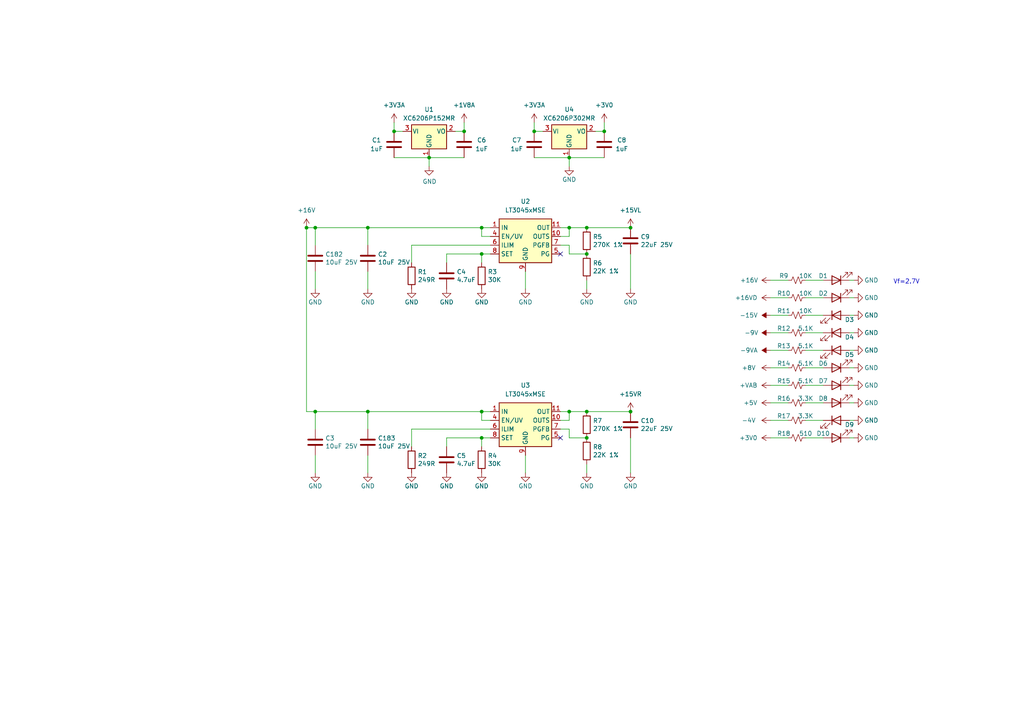
<source format=kicad_sch>
(kicad_sch (version 20231120) (generator "eeschema") (generator_version "8.0")
  (paper "A4")
  (title_block (title "Sitina 1 Sensor Board") (date "2024-03-25") (rev "R0.9") (company "Copyright 2024 Wenting Zhang") (comment 2 "MERCHANTABILITY, SATISFACTORY QUALITY AND FITNESS FOR A PARTICULAR PURPOSE.") (comment 3 "This source is distributed WITHOUT ANY EXPRESS OR IMPLIED WARRANTY, INCLUDING OF") (comment 4 "This source describes Open Hardware and is licensed under the CERN-OHL-P v2."))
  (lib_symbols
    (symbol "Device:C" (pin_numbers hide) (pin_names (offset 0.254))
      (property "Reference" "C" (at 0.635 2.54 0))
      (property "Value" "C" (at 0.635 -2.54 0))
      (symbol "C_0_1"
        (polyline (pts (xy -2.032 -0.762) (xy 2.032 -0.762)) (stroke (width 0.508)))
        (polyline (pts (xy -2.032 0.762) (xy 2.032 0.762)) (stroke (width 0.508)))
      )
      (symbol "C_1_1"
        (pin passive line (at 0 3.81 270) (length 2.794) (name "~") (number "1"))
        (pin passive line (at 0 -3.81 90) (length 2.794) (name "~") (number "2"))
      )
    )
    (symbol "Device:LED" (pin_numbers hide) (pin_names (offset 1.016) hide)
      (property "Reference" "D" (at 0 2.54 0))
      (property "Value" "LED" (at 0 -2.54 0))
      (symbol "LED_0_1"
        (polyline (pts (xy -1.27 -1.27) (xy -1.27 1.27)) (stroke (width 0.254)))
        (polyline (pts (xy -1.27 0) (xy 1.27 0)))
        (polyline (pts (xy 1.27 -1.27) (xy 1.27 1.27) (xy -1.27 0) (xy 1.27 -1.27)) (stroke (width 0.254)))
        (polyline (pts (xy -3.048 -0.762) (xy -4.572 -2.286) (xy -3.81 -2.286) (xy -4.572 -2.286) (xy -4.572 -1.524)))
        (polyline (pts (xy -1.778 -0.762) (xy -3.302 -2.286) (xy -2.54 -2.286) (xy -3.302 -2.286) (xy -3.302 -1.524)))
      )
      (symbol "LED_1_1"
        (pin passive line (at -3.81 0 0) (length 2.54) (name "K") (number "1"))
        (pin passive line (at 3.81 0 180) (length 2.54) (name "A") (number "2"))
      )
    )
    (symbol "Device:R" (pin_numbers hide) (pin_names (offset 0))
      (property "Reference" "R" (at 2.032 0 90))
      (property "Value" "R" (at 0 0 90))
      (symbol "R_0_1"
        (rectangle (start -1.016 -2.54) (end 1.016 2.54) (stroke (width 0.254)))
      )
      (symbol "R_1_1"
        (pin passive line (at 0 3.81 270) (length 1.27) (name "~") (number "1"))
        (pin passive line (at 0 -3.81 90) (length 1.27) (name "~") (number "2"))
      )
    )
    (symbol "Device:R_Small_US" (pin_numbers hide) (pin_names (offset 0.254) hide)
      (property "Reference" "R" (at 0.762 0.508 0))
      (property "Value" "R_Small_US" (at 0.762 -1.016 0))
      (symbol "R_Small_US_1_1"
        (polyline (pts (xy 0 0) (xy 1.016 -0.381) (xy 0 -0.762) (xy -1.016 -1.143) (xy 0 -1.524)))
        (polyline (pts (xy 0 1.524) (xy 1.016 1.143) (xy 0 0.762) (xy -1.016 0.381) (xy 0 0)))
        (pin passive line (at 0 2.54 270) (length 1.016) (name "~") (number "1"))
        (pin passive line (at 0 -2.54 90) (length 1.016) (name "~") (number "2"))
      )
    )
    (symbol "Regulator_Linear:LT3045xMSE"
      (property "Reference" "U" (at -6.35 6.35 0))
      (property "Value" "LT3045xMSE" (at 1.27 6.35 0))
      (symbol "LT3045xMSE_0_1"
        (rectangle (start -7.62 5.08) (end 7.62 -7.62) (stroke (width 0.254)) (fill (type background)))
      )
      (symbol "LT3045xMSE_1_1"
        (pin power_in line (at -10.16 2.54 0) (length 2.54) (name "IN") (number "1"))
        (pin input line (at 10.16 0 180) (length 2.54) (name "OUTS") (number "10"))
        (pin power_out line (at 10.16 2.54 180) (length 2.54) (name "OUT") (number "11"))
        (pin passive line (at 10.16 2.54 180) (length 2.54) hide (name "OUT") (number "12"))
        (pin passive line (at 0 -10.16 90) (length 2.54) hide (name "GND") (number "13"))
        (pin passive line (at -10.16 2.54 0) (length 2.54) hide (name "IN") (number "2"))
        (pin passive line (at -10.16 2.54 0) (length 2.54) hide (name "IN") (number "3"))
        (pin input line (at -10.16 0 0) (length 2.54) (name "EN/UV") (number "4"))
        (pin open_collector line (at 10.16 -5.08 180) (length 2.54) (name "PG") (number "5"))
        (pin passive line (at -10.16 -2.54 0) (length 2.54) (name "ILIM") (number "6"))
        (pin input line (at 10.16 -2.54 180) (length 2.54) (name "PGFB") (number "7"))
        (pin passive line (at -10.16 -5.08 0) (length 2.54) (name "SET") (number "8"))
        (pin power_in line (at 0 -10.16 90) (length 2.54) (name "GND") (number "9"))
      )
    )
    (symbol "Regulator_Linear:XC6206PxxxMR" (pin_names (offset 0.254))
      (property "Reference" "U" (at -3.81 3.175 0))
      (property "Value" "XC6206PxxxMR" (at 0 3.175 0))
      (symbol "XC6206PxxxMR_0_1"
        (rectangle (start -5.08 1.905) (end 5.08 -5.08) (stroke (width 0.254)) (fill (type background)))
      )
      (symbol "XC6206PxxxMR_1_1"
        (pin power_in line (at 0 -7.62 90) (length 2.54) (name "GND") (number "1"))
        (pin power_out line (at 7.62 0 180) (length 2.54) (name "VO") (number "2"))
        (pin power_in line (at -7.62 0 0) (length 2.54) (name "VI") (number "3"))
      )
    )
    (symbol "Sitina:-4V" (power) (pin_names (offset 0))
      (property "Value" "-4V" (at 0 3.556 0))
      (symbol "-4V_0_1"
        (polyline (pts (xy -0.762 1.27) (xy 0 2.54)))
        (polyline (pts (xy 0 0) (xy 0 2.54)))
        (polyline (pts (xy 0 2.54) (xy 0.762 1.27)))
      )
      (symbol "-4V_1_1"
        (pin power_in line (at 0 0 90) (length 0) hide (name "-4V") (number "1"))
      )
    )
    (symbol "power:+1V8" (power) (pin_names (offset 0))
      (property "Value" "+1V8" (at 0 3.556 0))
      (symbol "+1V8_0_1"
        (polyline (pts (xy -0.762 1.27) (xy 0 2.54)))
        (polyline (pts (xy 0 0) (xy 0 2.54)))
        (polyline (pts (xy 0 2.54) (xy 0.762 1.27)))
      )
      (symbol "+1V8_1_1"
        (pin power_in line (at 0 0 90) (length 0) hide (name "+1V8") (number "1"))
      )
    )
    (symbol "power:+3V0" (power) (pin_names (offset 0))
      (property "Value" "+3V0" (at 0 3.556 0))
      (symbol "+3V0_0_1"
        (polyline (pts (xy -0.762 1.27) (xy 0 2.54)))
        (polyline (pts (xy 0 0) (xy 0 2.54)))
        (polyline (pts (xy 0 2.54) (xy 0.762 1.27)))
      )
      (symbol "+3V0_1_1"
        (pin power_in line (at 0 0 90) (length 0) hide (name "+3V0") (number "1"))
      )
    )
    (symbol "power:+3V3" (power) (pin_names (offset 0))
      (property "Value" "+3V3" (at 0 3.556 0))
      (symbol "+3V3_0_1"
        (polyline (pts (xy -0.762 1.27) (xy 0 2.54)))
        (polyline (pts (xy 0 0) (xy 0 2.54)))
        (polyline (pts (xy 0 2.54) (xy 0.762 1.27)))
      )
      (symbol "+3V3_1_1"
        (pin power_in line (at 0 0 90) (length 0) hide (name "+3V3") (number "1"))
      )
    )
    (symbol "power:+5V" (power) (pin_names (offset 0))
      (property "Value" "+5V" (at 0 3.556 0))
      (symbol "+5V_0_1"
        (polyline (pts (xy -0.762 1.27) (xy 0 2.54)))
        (polyline (pts (xy 0 0) (xy 0 2.54)))
        (polyline (pts (xy 0 2.54) (xy 0.762 1.27)))
      )
      (symbol "+5V_1_1"
        (pin power_in line (at 0 0 90) (length 0) hide (name "+5V") (number "1"))
      )
    )
    (symbol "power:+8V" (power) (pin_names (offset 0))
      (property "Value" "+8V" (at 0 3.556 0))
      (symbol "+8V_0_1"
        (polyline (pts (xy -0.762 1.27) (xy 0 2.54)))
        (polyline (pts (xy 0 0) (xy 0 2.54)))
        (polyline (pts (xy 0 2.54) (xy 0.762 1.27)))
      )
      (symbol "+8V_1_1"
        (pin power_in line (at 0 0 90) (length 0) hide (name "+8V") (number "1"))
      )
    )
    (symbol "power:-15V" (power) (pin_names (offset 0))
      (property "Value" "-15V" (at 0 3.81 0))
      (symbol "-15V_0_0"
        (pin power_in line (at 0 0 90) (length 0) hide (name "-15V") (number "1"))
      )
      (symbol "-15V_0_1"
        (polyline (pts (xy 0 0) (xy 0 1.27) (xy 0.762 1.27) (xy 0 2.54) (xy -0.762 1.27) (xy 0 1.27)) (fill (type outline)))
      )
    )
    (symbol "power:-9V" (power) (pin_names (offset 0))
      (property "Value" "-9V" (at 0 3.81 0))
      (symbol "-9V_0_1"
        (polyline (pts (xy 0 0) (xy 0 2.54)))
        (polyline (pts (xy 0.762 1.27) (xy -0.762 1.27) (xy 0 2.54) (xy 0.762 1.27)) (fill (type outline)))
      )
      (symbol "-9V_1_1"
        (pin power_in line (at 0 0 90) (length 0) hide (name "-9V") (number "1"))
      )
    )
    (symbol "power:GND" (power) (pin_names (offset 0))
      (property "Value" "GND" (at 0 -3.81 0))
      (symbol "GND_0_1"
        (polyline (pts (xy 0 0) (xy 0 -1.27) (xy 1.27 -1.27) (xy 0 -2.54) (xy -1.27 -1.27) (xy 0 -1.27)))
      )
      (symbol "GND_1_1"
        (pin power_in line (at 0 0 270) (length 0) hide (name "GND") (number "1"))
      )
    )
    (symbol "symbols:+15VL" (power) (pin_names (offset 0))
      (property "Value" "+15VL" (at 0 3.556 0))
      (symbol "+15VL_0_1"
        (polyline (pts (xy -0.762 1.27) (xy 0 2.54)))
        (polyline (pts (xy 0 0) (xy 0 2.54)))
        (polyline (pts (xy 0 2.54) (xy 0.762 1.27)))
      )
      (symbol "+15VL_1_1"
        (pin power_in line (at 0 0 90) (length 0) hide (name "+15VL") (number "1"))
      )
    )
    (symbol "symbols:+15VR" (power) (pin_names (offset 0))
      (property "Value" "+15VR" (at 0 3.556 0))
      (symbol "+15VR_0_1"
        (polyline (pts (xy -0.762 1.27) (xy 0 2.54)))
        (polyline (pts (xy 0 0) (xy 0 2.54)))
        (polyline (pts (xy 0 2.54) (xy 0.762 1.27)))
      )
      (symbol "+15VR_1_1"
        (pin power_in line (at 0 0 90) (length 0) hide (name "+15VR") (number "1"))
      )
    )
    (symbol "symbols:+16V" (power) (pin_names (offset 0))
      (property "Value" "+16V" (at 0 3.556 0))
      (symbol "+16V_0_1"
        (polyline (pts (xy -0.762 1.27) (xy 0 2.54)))
        (polyline (pts (xy 0 0) (xy 0 2.54)))
        (polyline (pts (xy 0 2.54) (xy 0.762 1.27)))
      )
      (symbol "+16V_1_1"
        (pin power_in line (at 0 0 90) (length 0) hide (name "+16V") (number "1"))
      )
    )
  )
  (junction (at 134.62 38.1))
  (junction (at 170.18 73.66))
  (junction (at 165.1 66.04))
  (junction (at 139.7 119.38))
  (junction (at 182.88 66.04))
  (junction (at 165.1 119.38))
  (junction (at 139.7 127))
  (junction (at 139.7 73.66))
  (junction (at 139.7 66.04))
  (junction (at 114.3 38.1))
  (junction (at 106.68 66.04))
  (junction (at 91.44 119.38))
  (junction (at 88.9 66.04))
  (junction (at 170.18 127))
  (junction (at 106.68 119.38))
  (junction (at 91.44 66.04))
  (junction (at 124.46 45.72))
  (junction (at 165.1 45.72))
  (junction (at 170.18 119.38))
  (junction (at 182.88 119.38))
  (junction (at 175.26 38.1))
  (junction (at 154.94 38.1))
  (junction (at 170.18 66.04))
  (no_connect (at 162.56 73.66))
  (no_connect (at 162.56 127))
  (wire (pts (xy 162.56 119.38) (xy 165.1 119.38)))
  (wire (pts (xy 223.52 111.76) (xy 228.6 111.76)))
  (wire (pts (xy 142.24 121.92) (xy 139.7 121.92)))
  (wire (pts (xy 246.38 96.52) (xy 247.65 96.52)))
  (wire (pts (xy 233.68 111.76) (xy 238.76 111.76)))
  (wire (pts (xy 162.56 68.58) (xy 165.1 68.58)))
  (wire (pts (xy 106.68 119.38) (xy 139.7 119.38)))
  (wire (pts (xy 106.68 78.74) (xy 106.68 83.82)))
  (wire (pts (xy 114.3 38.1) (xy 116.84 38.1)))
  (wire (pts (xy 182.88 83.82) (xy 182.88 73.66)))
  (wire (pts (xy 119.38 76.2) (xy 119.38 71.12)))
  (wire (pts (xy 233.68 106.68) (xy 238.76 106.68)))
  (wire (pts (xy 223.52 106.68) (xy 228.6 106.68)))
  (wire (pts (xy 165.1 124.46) (xy 165.1 127)))
  (wire (pts (xy 170.18 137.16) (xy 170.18 134.62)))
  (wire (pts (xy 233.68 127) (xy 238.76 127)))
  (wire (pts (xy 129.54 73.66) (xy 139.7 73.66)))
  (wire (pts (xy 154.94 38.1) (xy 157.48 38.1)))
  (wire (pts (xy 88.9 119.38) (xy 91.44 119.38)))
  (wire (pts (xy 182.88 137.16) (xy 182.88 127)))
  (wire (pts (xy 246.38 106.68) (xy 247.65 106.68)))
  (wire (pts (xy 139.7 121.92) (xy 139.7 119.38)))
  (wire (pts (xy 233.68 96.52) (xy 238.76 96.52)))
  (wire (pts (xy 139.7 68.58) (xy 139.7 66.04)))
  (wire (pts (xy 233.68 81.28) (xy 238.76 81.28)))
  (wire (pts (xy 91.44 83.82) (xy 91.44 78.74)))
  (wire (pts (xy 165.1 119.38) (xy 170.18 119.38)))
  (wire (pts (xy 233.68 116.84) (xy 238.76 116.84)))
  (wire (pts (xy 223.52 127) (xy 228.6 127)))
  (wire (pts (xy 246.38 127) (xy 247.65 127)))
  (wire (pts (xy 165.1 45.72) (xy 165.1 48.26)))
  (wire (pts (xy 124.46 45.72) (xy 124.46 48.26)))
  (wire (pts (xy 223.52 81.28) (xy 228.6 81.28)))
  (wire (pts (xy 91.44 119.38) (xy 91.44 124.46)))
  (wire (pts (xy 129.54 76.2) (xy 129.54 73.66)))
  (wire (pts (xy 233.68 86.36) (xy 238.76 86.36)))
  (wire (pts (xy 139.7 127) (xy 139.7 129.54)))
  (wire (pts (xy 152.4 83.82) (xy 152.4 78.74)))
  (wire (pts (xy 91.44 66.04) (xy 91.44 71.12)))
  (wire (pts (xy 223.52 121.92) (xy 228.6 121.92)))
  (wire (pts (xy 246.38 101.6) (xy 247.65 101.6)))
  (wire (pts (xy 165.1 66.04) (xy 170.18 66.04)))
  (wire (pts (xy 165.1 68.58) (xy 165.1 66.04)))
  (wire (pts (xy 223.52 91.44) (xy 228.6 91.44)))
  (wire (pts (xy 88.9 66.04) (xy 88.9 119.38)))
  (wire (pts (xy 114.3 45.72) (xy 124.46 45.72)))
  (wire (pts (xy 170.18 119.38) (xy 182.88 119.38)))
  (wire (pts (xy 106.68 66.04) (xy 106.68 71.12)))
  (wire (pts (xy 246.38 81.28) (xy 247.65 81.28)))
  (wire (pts (xy 139.7 127) (xy 142.24 127)))
  (wire (pts (xy 129.54 129.54) (xy 129.54 127)))
  (wire (pts (xy 223.52 116.84) (xy 228.6 116.84)))
  (wire (pts (xy 152.4 137.16) (xy 152.4 132.08)))
  (wire (pts (xy 165.1 121.92) (xy 165.1 119.38)))
  (wire (pts (xy 129.54 127) (xy 139.7 127)))
  (wire (pts (xy 233.68 101.6) (xy 238.76 101.6)))
  (wire (pts (xy 91.44 137.16) (xy 91.44 132.08)))
  (wire (pts (xy 246.38 91.44) (xy 247.65 91.44)))
  (wire (pts (xy 124.46 45.72) (xy 134.62 45.72)))
  (wire (pts (xy 165.1 45.72) (xy 175.26 45.72)))
  (wire (pts (xy 106.68 132.08) (xy 106.68 137.16)))
  (wire (pts (xy 91.44 66.04) (xy 106.68 66.04)))
  (wire (pts (xy 170.18 83.82) (xy 170.18 81.28)))
  (wire (pts (xy 134.62 38.1) (xy 132.08 38.1)))
  (wire (pts (xy 106.68 66.04) (xy 139.7 66.04)))
  (wire (pts (xy 246.38 121.92) (xy 247.65 121.92)))
  (wire (pts (xy 119.38 124.46) (xy 142.24 124.46)))
  (wire (pts (xy 106.68 119.38) (xy 106.68 124.46)))
  (wire (pts (xy 154.94 35.56) (xy 154.94 38.1)))
  (wire (pts (xy 165.1 71.12) (xy 165.1 73.66)))
  (wire (pts (xy 175.26 35.56) (xy 175.26 38.1)))
  (wire (pts (xy 233.68 121.92) (xy 238.76 121.92)))
  (wire (pts (xy 119.38 129.54) (xy 119.38 124.46)))
  (wire (pts (xy 139.7 119.38) (xy 142.24 119.38)))
  (wire (pts (xy 154.94 45.72) (xy 165.1 45.72)))
  (wire (pts (xy 162.56 124.46) (xy 165.1 124.46)))
  (wire (pts (xy 223.52 86.36) (xy 228.6 86.36)))
  (wire (pts (xy 170.18 66.04) (xy 182.88 66.04)))
  (wire (pts (xy 165.1 73.66) (xy 170.18 73.66)))
  (wire (pts (xy 165.1 127) (xy 170.18 127)))
  (wire (pts (xy 233.68 91.44) (xy 238.76 91.44)))
  (wire (pts (xy 134.62 35.56) (xy 134.62 38.1)))
  (wire (pts (xy 139.7 66.04) (xy 142.24 66.04)))
  (wire (pts (xy 114.3 35.56) (xy 114.3 38.1)))
  (wire (pts (xy 142.24 68.58) (xy 139.7 68.58)))
  (wire (pts (xy 119.38 71.12) (xy 142.24 71.12)))
  (wire (pts (xy 162.56 121.92) (xy 165.1 121.92)))
  (wire (pts (xy 175.26 38.1) (xy 172.72 38.1)))
  (wire (pts (xy 88.9 66.04) (xy 91.44 66.04)))
  (wire (pts (xy 246.38 86.36) (xy 247.65 86.36)))
  (wire (pts (xy 139.7 73.66) (xy 142.24 73.66)))
  (wire (pts (xy 162.56 71.12) (xy 165.1 71.12)))
  (wire (pts (xy 246.38 111.76) (xy 247.65 111.76)))
  (wire (pts (xy 246.38 116.84) (xy 247.65 116.84)))
  (wire (pts (xy 91.44 119.38) (xy 106.68 119.38)))
  (wire (pts (xy 223.52 96.52) (xy 228.6 96.52)))
  (wire (pts (xy 139.7 73.66) (xy 139.7 76.2)))
  (wire (pts (xy 223.52 101.6) (xy 228.6 101.6)))
  (wire (pts (xy 162.56 66.04) (xy 165.1 66.04)))
  (text "Vf=2.7V" (at 259.08 82.55 0) (effects (font (size 1.27 1.27)) (justify left bottom)))
  (symbol (lib_id "power:GND") (at 91.44 137.16 0) (unit 1)
    (property "Reference" "#PWR04" (effects (hide yes)))
    (property "Value" "GND" (at 91.44 140.97 0))
  )
  (symbol (lib_id "power:GND") (at 124.46 48.26 0) (unit 1)
    (property "Reference" "#PWR07" (effects (hide yes)))
    (property "Value" "GND" (at 124.587 52.6542 0))
  )
  (symbol (lib_id "power:GND") (at 247.65 111.76 90) (unit 1)
    (property "Reference" "#PWR040" (effects (hide yes)))
    (property "Value" "GND" (at 252.73 111.76 90))
  )
  (symbol (lib_id "symbols:+16V") (at 88.9 66.04 0) (unit 1)
    (property "Reference" "#PWR01" (effects (hide yes)))
    (property "Value" "+16V" (at 88.9 60.96 0))
  )
  (symbol (lib_id "power:-9V") (at 223.52 96.52 90) (unit 1)
    (property "Reference" "#PWR027" (effects (hide yes)))
    (property "Value" "-9V" (at 215.9 96.52 90) (effects (justify right)))
  )
  (symbol (lib_id "Device:R_Small_US") (at 231.14 96.52 270) (unit 1)
    (property "Reference" "R12" (at 227.33 95.25 90))
    (property "Value" "5.1K" (at 233.68 95.25 90))
    (property "Footprint" "Resistor_SMD:R_0402_1005Metric" (effects (hide yes)))
  )
  (symbol (lib_id "Device:R_Small_US") (at 231.14 91.44 270) (unit 1)
    (property "Reference" "R11" (at 227.33 90.17 90))
    (property "Value" "10K" (at 233.68 90.17 90))
    (property "Footprint" "Resistor_SMD:R_0402_1005Metric" (effects (hide yes)))
  )
  (symbol (lib_id "power:+3V0") (at 223.52 127 90) (unit 1)
    (property "Reference" "#PWR033" (effects (hide yes)))
    (property "Value" "+3V0" (at 219.71 127 90) (effects (justify left)))
  )
  (symbol (lib_id "Device:C") (at 91.44 128.27 0) (unit 1)
    (property "Reference" "C3" (at 94.361 127.1016 0) (effects (justify left)))
    (property "Value" "10uF 25V" (at 94.361 129.413 0) (effects (justify left)))
    (property "Footprint" "Capacitor_SMD:C_0603_1608Metric" (effects (hide yes)))
  )
  (symbol (lib_id "power:GND") (at 106.68 137.16 0) (unit 1)
    (property "Reference" "#PWR0295" (effects (hide yes)))
    (property "Value" "GND" (at 106.68 140.97 0))
  )
  (symbol (lib_id "power:-15V") (at 223.52 91.44 90) (unit 1)
    (property "Reference" "#PWR026" (effects (hide yes)))
    (property "Value" "-15V" (at 217.17 91.44 90))
  )
  (symbol (lib_id "Device:R_Small_US") (at 231.14 111.76 270) (unit 1)
    (property "Reference" "R15" (at 227.33 110.49 90))
    (property "Value" "5.1K" (at 233.68 110.49 90))
    (property "Footprint" "Resistor_SMD:R_0402_1005Metric" (effects (hide yes)))
  )
  (symbol (lib_id "power:GND") (at 247.65 116.84 90) (unit 1)
    (property "Reference" "#PWR041" (effects (hide yes)))
    (property "Value" "GND" (at 252.73 116.84 90))
  )
  (symbol (lib_id "power:GND") (at 119.38 83.82 0) (unit 1)
    (property "Reference" "#PWR05" (effects (hide yes)))
    (property "Value" "GND" (at 119.38 87.63 0))
  )
  (symbol (lib_id "power:+8V") (at 223.52 106.68 90) (unit 1)
    (property "Reference" "#PWR029" (effects (hide yes)))
    (property "Value" "+8V" (at 217.17 106.68 90))
  )
  (symbol (lib_id "Regulator_Linear:XC6206PxxxMR") (at 124.46 38.1 0) (unit 1)
    (property "Reference" "U1" (at 124.46 31.75 0))
    (property "Value" "XC6206P152MR" (at 124.46 34.29 0))
    (property "Footprint" "Package_TO_SOT_SMD:SOT-23-3" (effects (hide yes)))
    (property "Datasheet" "https://www.torexsemi.com/file/xc6206/XC6206.pdf" (effects (hide yes)))
  )
  (symbol (lib_id "power:GND") (at 152.4 137.16 0) (unit 1)
    (property "Reference" "#PWR014" (effects (hide yes)))
    (property "Value" "GND" (at 152.4 140.97 0))
  )
  (symbol (lib_id "symbols:+16V") (at 223.52 111.76 90) (unit 1)
    (property "Reference" "#PWR030" (effects (hide yes)))
    (property "Value" "+VAB" (at 219.71 111.7599 90) (effects (justify left)))
  )
  (symbol (lib_id "power:GND") (at 170.18 137.16 0) (mirror y) (unit 1)
    (property "Reference" "#PWR018" (effects (hide yes)))
    (property "Value" "GND" (at 170.18 140.97 0))
  )
  (symbol (lib_id "power:GND") (at 165.1 48.26 0) (mirror y) (unit 1)
    (property "Reference" "#PWR016" (effects (hide yes)))
    (property "Value" "GND" (at 165.1 52.07 0))
  )
  (symbol (lib_id "power:+3V3") (at 154.94 35.56 0) (unit 1)
    (property "Reference" "#PWR015" (effects (hide yes)))
    (property "Value" "+3V3A" (at 154.94 30.48 0))
  )
  (symbol (lib_id "Device:LED") (at 242.57 116.84 180) (unit 1)
    (property "Reference" "D8" (at 238.76 115.57 0))
    (property "Value" "LED" (effects (hide yes)))
    (property "Footprint" "LED_SMD:LED_0603_1608Metric" (effects (hide yes)))
  )
  (symbol (lib_id "Regulator_Linear:LT3045xMSE") (at 152.4 68.58 0) (unit 1)
    (property "Reference" "U2" (at 152.4 58.42 0))
    (property "Value" "LT3045xMSE" (at 152.4 60.96 0))
    (property "Footprint" "Package_SO:MSOP-12-1EP_3x4mm_P0.65mm_EP1.65x2.85mm" (effects (hide yes)))
    (property "Datasheet" "https://www.analog.com/media/en/technical-documentation/data-sheets/3045fa.pdf" (effects (hide yes)))
  )
  (symbol (lib_id "Device:R_Small_US") (at 231.14 127 270) (unit 1)
    (property "Reference" "R18" (at 227.33 125.73 90))
    (property "Value" "510" (at 233.68 125.73 90))
    (property "Footprint" "Resistor_SMD:R_0402_1005Metric" (effects (hide yes)))
  )
  (symbol (lib_id "power:GND") (at 247.65 96.52 90) (unit 1)
    (property "Reference" "#PWR037" (effects (hide yes)))
    (property "Value" "GND" (at 252.73 96.52 90))
  )
  (symbol (lib_id "symbols:+15VR") (at 182.88 119.38 0) (unit 1)
    (property "Reference" "#PWR022" (effects (hide yes)))
    (property "Value" "+15VR" (at 182.88 114.3 0))
  )
  (symbol (lib_id "Device:C") (at 129.54 133.35 0) (unit 1)
    (property "Reference" "C5" (at 132.461 132.1816 0) (effects (justify left)))
    (property "Value" "4.7uF" (at 132.461 134.493 0) (effects (justify left)))
    (property "Footprint" "Capacitor_SMD:C_0402_1005Metric" (effects (hide yes)))
  )
  (symbol (lib_id "Device:LED") (at 242.57 127 180) (unit 1)
    (property "Reference" "D10" (at 238.76 125.73 0))
    (property "Value" "LED" (effects (hide yes)))
    (property "Footprint" "LED_SMD:LED_0603_1608Metric" (effects (hide yes)))
  )
  (symbol (lib_id "Device:R_Small_US") (at 231.14 106.68 270) (unit 1)
    (property "Reference" "R14" (at 227.33 105.41 90))
    (property "Value" "5.1K" (at 233.68 105.41 90))
    (property "Footprint" "Resistor_SMD:R_0402_1005Metric" (effects (hide yes)))
  )
  (symbol (lib_id "Device:LED") (at 242.57 111.76 180) (unit 1)
    (property "Reference" "D7" (at 238.76 110.49 0))
    (property "Value" "LED" (effects (hide yes)))
    (property "Footprint" "LED_SMD:LED_0603_1608Metric" (effects (hide yes)))
  )
  (symbol (lib_id "Device:C") (at 114.3 41.91 0) (mirror y) (unit 1)
    (property "Reference" "C1" (at 109.22 40.64 0))
    (property "Value" "1uF" (at 109.22 43.18 0))
    (property "Footprint" "Capacitor_SMD:C_0402_1005Metric" (effects (hide yes)))
  )
  (symbol (lib_id "Device:R") (at 170.18 130.81 0) (unit 1)
    (property "Reference" "R8" (at 171.958 129.6416 0) (effects (justify left)))
    (property "Value" "22K 1%" (at 171.958 131.953 0) (effects (justify left)))
    (property "Footprint" "Resistor_SMD:R_0402_1005Metric" (effects (hide yes)))
  )
  (symbol (lib_id "power:GND") (at 139.7 137.16 0) (unit 1)
    (property "Reference" "#PWR012" (effects (hide yes)))
    (property "Value" "GND" (at 139.7 140.97 0))
  )
  (symbol (lib_id "Device:C") (at 182.88 69.85 0) (unit 1)
    (property "Reference" "C9" (at 185.801 68.6816 0) (effects (justify left)))
    (property "Value" "22uF 25V" (at 185.801 70.993 0) (effects (justify left)))
    (property "Footprint" "Capacitor_SMD:C_0805_2012Metric" (effects (hide yes)))
  )
  (symbol (lib_id "Device:C") (at 182.88 123.19 0) (unit 1)
    (property "Reference" "C10" (at 185.801 122.0216 0) (effects (justify left)))
    (property "Value" "22uF 25V" (at 185.801 124.333 0) (effects (justify left)))
    (property "Footprint" "Capacitor_SMD:C_0805_2012Metric" (effects (hide yes)))
  )
  (symbol (lib_id "Device:R") (at 170.18 77.47 0) (unit 1)
    (property "Reference" "R6" (at 171.958 76.3016 0) (effects (justify left)))
    (property "Value" "22K 1%" (at 171.958 78.613 0) (effects (justify left)))
    (property "Footprint" "Resistor_SMD:R_0402_1005Metric" (effects (hide yes)))
  )
  (symbol (lib_id "power:GND") (at 247.65 106.68 90) (unit 1)
    (property "Reference" "#PWR039" (effects (hide yes)))
    (property "Value" "GND" (at 252.73 106.68 90))
  )
  (symbol (lib_id "Device:C") (at 129.54 80.01 0) (unit 1)
    (property "Reference" "C4" (at 132.461 78.8416 0) (effects (justify left)))
    (property "Value" "4.7uF" (at 132.461 81.153 0) (effects (justify left)))
    (property "Footprint" "Capacitor_SMD:C_0402_1005Metric" (effects (hide yes)))
  )
  (symbol (lib_id "Device:R") (at 139.7 133.35 0) (unit 1)
    (property "Reference" "R4" (at 141.478 132.1816 0) (effects (justify left)))
    (property "Value" "30K" (at 141.478 134.493 0) (effects (justify left)))
    (property "Footprint" "Resistor_SMD:R_0402_1005Metric" (effects (hide yes)))
  )
  (symbol (lib_id "power:-9V") (at 223.52 101.6 90) (unit 1)
    (property "Reference" "#PWR028" (effects (hide yes)))
    (property "Value" "-9VA" (at 214.63 101.6 90) (effects (justify right)))
  )
  (symbol (lib_id "power:+3V0") (at 175.26 35.56 0) (unit 1)
    (property "Reference" "#PWR019" (effects (hide yes)))
    (property "Value" "+3V0" (at 175.26 30.48 0))
  )
  (symbol (lib_id "Device:LED") (at 242.57 81.28 180) (unit 1)
    (property "Reference" "D1" (at 238.76 80.01 0))
    (property "Value" "LED" (effects (hide yes)))
    (property "Footprint" "LED_SMD:LED_0603_1608Metric" (effects (hide yes)))
  )
  (symbol (lib_id "Device:R_Small_US") (at 231.14 81.28 270) (unit 1)
    (property "Reference" "R9" (at 227.33 80.01 90))
    (property "Value" "10K" (at 233.68 80.01 90))
    (property "Footprint" "Resistor_SMD:R_0402_1005Metric" (effects (hide yes)))
  )
  (symbol (lib_id "power:GND") (at 247.65 121.92 90) (unit 1)
    (property "Reference" "#PWR042" (effects (hide yes)))
    (property "Value" "GND" (at 252.73 121.92 90))
  )
  (symbol (lib_id "power:GND") (at 106.68 83.82 0) (unit 1)
    (property "Reference" "#PWR03" (effects (hide yes)))
    (property "Value" "GND" (at 106.68 87.63 0))
  )
  (symbol (lib_id "Device:R_Small_US") (at 231.14 116.84 270) (unit 1)
    (property "Reference" "R16" (at 227.33 115.57 90))
    (property "Value" "3.3K" (at 233.68 115.57 90))
    (property "Footprint" "Resistor_SMD:R_0402_1005Metric" (effects (hide yes)))
  )
  (symbol (lib_id "power:GND") (at 182.88 137.16 0) (mirror y) (unit 1)
    (property "Reference" "#PWR023" (effects (hide yes)))
    (property "Value" "GND" (at 182.88 140.97 0))
  )
  (symbol (lib_id "power:GND") (at 91.44 83.82 0) (unit 1)
    (property "Reference" "#PWR0294" (effects (hide yes)))
    (property "Value" "GND" (at 91.44 87.63 0))
  )
  (symbol (lib_id "power:GND") (at 182.88 83.82 0) (mirror y) (unit 1)
    (property "Reference" "#PWR021" (effects (hide yes)))
    (property "Value" "GND" (at 182.88 87.63 0))
  )
  (symbol (lib_id "Device:LED") (at 242.57 96.52 0) (unit 1)
    (property "Reference" "D4" (at 246.38 97.79 0))
    (property "Value" "LED" (effects (hide yes)))
    (property "Footprint" "LED_SMD:LED_0603_1608Metric" (effects (hide yes)))
  )
  (symbol (lib_id "Device:C") (at 106.68 128.27 0) (unit 1)
    (property "Reference" "C183" (at 109.601 127.1016 0) (effects (justify left)))
    (property "Value" "10uF 25V" (at 109.601 129.413 0) (effects (justify left)))
    (property "Footprint" "Capacitor_SMD:C_0603_1608Metric" (effects (hide yes)))
  )
  (symbol (lib_id "power:GND") (at 247.65 127 90) (unit 1)
    (property "Reference" "#PWR043" (effects (hide yes)))
    (property "Value" "GND" (at 252.73 127 90))
  )
  (symbol (lib_id "symbols:+15VL") (at 182.88 66.04 0) (unit 1)
    (property "Reference" "#PWR020" (effects (hide yes)))
    (property "Value" "+15VL" (at 182.88 60.96 0))
  )
  (symbol (lib_id "Regulator_Linear:XC6206PxxxMR") (at 165.1 38.1 0) (unit 1)
    (property "Reference" "U4" (at 165.1 31.75 0))
    (property "Value" "XC6206P302MR" (at 165.1 34.29 0))
    (property "Footprint" "Package_TO_SOT_SMD:SOT-23-3" (effects (hide yes)))
    (property "Datasheet" "https://www.torexsemi.com/file/xc6206/XC6206.pdf" (effects (hide yes)))
  )
  (symbol (lib_id "Device:LED") (at 242.57 86.36 180) (unit 1)
    (property "Reference" "D2" (at 238.76 85.09 0))
    (property "Value" "LED" (effects (hide yes)))
    (property "Footprint" "LED_SMD:LED_0603_1608Metric" (effects (hide yes)))
  )
  (symbol (lib_id "Device:C") (at 134.62 41.91 0) (unit 1)
    (property "Reference" "C6" (at 139.7 40.64 0))
    (property "Value" "1uF" (at 139.7 43.18 0))
    (property "Footprint" "Capacitor_SMD:C_0402_1005Metric" (effects (hide yes)))
  )
  (symbol (lib_id "Device:C") (at 91.44 74.93 0) (unit 1)
    (property "Reference" "C182" (at 94.361 73.7616 0) (effects (justify left)))
    (property "Value" "10uF 25V" (at 94.361 76.073 0) (effects (justify left)))
    (property "Footprint" "Capacitor_SMD:C_0603_1608Metric" (effects (hide yes)))
  )
  (symbol (lib_id "symbols:+16V") (at 223.52 81.28 90) (unit 1)
    (property "Reference" "#PWR024" (effects (hide yes)))
    (property "Value" "+16V" (at 214.63 81.28 90) (effects (justify right)))
  )
  (symbol (lib_id "Device:LED") (at 242.57 91.44 0) (unit 1)
    (property "Reference" "D3" (at 246.38 92.71 0))
    (property "Value" "LED" (effects (hide yes)))
    (property "Footprint" "LED_SMD:LED_0603_1608Metric" (effects (hide yes)))
  )
  (symbol (lib_id "power:GND") (at 152.4 83.82 0) (unit 1)
    (property "Reference" "#PWR013" (effects (hide yes)))
    (property "Value" "GND" (at 152.4 87.63 0))
  )
  (symbol (lib_id "power:GND") (at 247.65 86.36 90) (unit 1)
    (property "Reference" "#PWR035" (effects (hide yes)))
    (property "Value" "GND" (at 252.73 86.36 90))
  )
  (symbol (lib_id "power:GND") (at 170.18 83.82 0) (mirror y) (unit 1)
    (property "Reference" "#PWR017" (effects (hide yes)))
    (property "Value" "GND" (at 170.18 87.63 0))
  )
  (symbol (lib_id "Device:LED") (at 242.57 121.92 0) (unit 1)
    (property "Reference" "D9" (at 246.38 123.19 0))
    (property "Value" "LED" (effects (hide yes)))
    (property "Footprint" "LED_SMD:LED_0603_1608Metric" (effects (hide yes)))
  )
  (symbol (lib_id "Device:LED") (at 242.57 106.68 180) (unit 1)
    (property "Reference" "D6" (at 238.76 105.41 0))
    (property "Value" "LED" (effects (hide yes)))
    (property "Footprint" "LED_SMD:LED_0603_1608Metric" (effects (hide yes)))
  )
  (symbol (lib_id "Device:R") (at 119.38 133.35 0) (unit 1)
    (property "Reference" "R2" (at 121.158 132.1816 0) (effects (justify left)))
    (property "Value" "249R" (at 121.158 134.493 0) (effects (justify left)))
    (property "Footprint" "Resistor_SMD:R_0402_1005Metric" (effects (hide yes)))
  )
  (symbol (lib_id "power:GND") (at 119.38 137.16 0) (unit 1)
    (property "Reference" "#PWR06" (effects (hide yes)))
    (property "Value" "GND" (at 119.38 140.97 0))
  )
  (symbol (lib_id "Device:C") (at 154.94 41.91 0) (mirror y) (unit 1)
    (property "Reference" "C7" (at 149.86 40.64 0))
    (property "Value" "1uF" (at 149.86 43.18 0))
    (property "Footprint" "Capacitor_SMD:C_0402_1005Metric" (effects (hide yes)))
  )
  (symbol (lib_id "Device:R") (at 170.18 123.19 0) (unit 1)
    (property "Reference" "R7" (at 171.958 122.0216 0) (effects (justify left)))
    (property "Value" "270K 1%" (at 171.958 124.333 0) (effects (justify left)))
    (property "Footprint" "Resistor_SMD:R_0402_1005Metric" (effects (hide yes)))
  )
  (symbol (lib_id "power:GND") (at 247.65 91.44 90) (unit 1)
    (property "Reference" "#PWR036" (effects (hide yes)))
    (property "Value" "GND" (at 252.73 91.44 90))
  )
  (symbol (lib_id "symbols:+16V") (at 223.52 86.36 90) (unit 1)
    (property "Reference" "#PWR025" (effects (hide yes)))
    (property "Value" "+16VD" (at 219.71 86.3599 90) (effects (justify left)))
  )
  (symbol (lib_id "Sitina:-4V") (at 223.52 121.92 90) (unit 1)
    (property "Reference" "#PWR032" (effects (hide yes)))
    (property "Value" "-4V" (at 217.17 121.92 90))
  )
  (symbol (lib_id "power:GND") (at 129.54 137.16 0) (unit 1)
    (property "Reference" "#PWR09" (effects (hide yes)))
    (property "Value" "GND" (at 129.54 140.97 0))
  )
  (symbol (lib_id "Regulator_Linear:LT3045xMSE") (at 152.4 121.92 0) (unit 1)
    (property "Reference" "U3" (at 152.4 111.76 0))
    (property "Value" "LT3045xMSE" (at 152.4 114.3 0))
    (property "Footprint" "Package_SO:MSOP-12-1EP_3x4mm_P0.65mm_EP1.65x2.85mm" (effects (hide yes)))
    (property "Datasheet" "https://www.analog.com/media/en/technical-documentation/data-sheets/3045fa.pdf" (effects (hide yes)))
  )
  (symbol (lib_id "Device:R_Small_US") (at 231.14 86.36 270) (unit 1)
    (property "Reference" "R10" (at 227.33 85.09 90))
    (property "Value" "10K" (at 233.68 85.09 90))
    (property "Footprint" "Resistor_SMD:R_0402_1005Metric" (effects (hide yes)))
  )
  (symbol (lib_id "Device:C") (at 175.26 41.91 0) (unit 1)
    (property "Reference" "C8" (at 180.34 40.64 0))
    (property "Value" "1uF" (at 180.34 43.18 0))
    (property "Footprint" "Capacitor_SMD:C_0402_1005Metric" (effects (hide yes)))
  )
  (symbol (lib_id "power:+1V8") (at 134.62 35.56 0) (unit 1)
    (property "Reference" "#PWR010" (effects (hide yes)))
    (property "Value" "+1V8A" (at 134.62 30.48 0))
  )
  (symbol (lib_id "Device:C") (at 106.68 74.93 0) (unit 1)
    (property "Reference" "C2" (at 109.601 73.7616 0) (effects (justify left)))
    (property "Value" "10uF 25V" (at 109.601 76.073 0) (effects (justify left)))
    (property "Footprint" "Capacitor_SMD:C_0603_1608Metric" (effects (hide yes)))
  )
  (symbol (lib_id "power:GND") (at 139.7 83.82 0) (unit 1)
    (property "Reference" "#PWR011" (effects (hide yes)))
    (property "Value" "GND" (at 139.7 87.63 0))
  )
  (symbol (lib_id "Device:LED") (at 242.57 101.6 0) (unit 1)
    (property "Reference" "D5" (at 246.38 102.87 0))
    (property "Value" "LED" (effects (hide yes)))
    (property "Footprint" "LED_SMD:LED_0603_1608Metric" (effects (hide yes)))
  )
  (symbol (lib_id "Device:R_Small_US") (at 231.14 121.92 270) (unit 1)
    (property "Reference" "R17" (at 227.33 120.65 90))
    (property "Value" "3.3K" (at 233.68 120.65 90))
    (property "Footprint" "Resistor_SMD:R_0402_1005Metric" (effects (hide yes)))
  )
  (symbol (lib_id "Device:R") (at 170.18 69.85 0) (unit 1)
    (property "Reference" "R5" (at 171.958 68.6816 0) (effects (justify left)))
    (property "Value" "270K 1%" (at 171.958 70.993 0) (effects (justify left)))
    (property "Footprint" "Resistor_SMD:R_0402_1005Metric" (effects (hide yes)))
  )
  (symbol (lib_id "Device:R") (at 139.7 80.01 0) (unit 1)
    (property "Reference" "R3" (at 141.478 78.8416 0) (effects (justify left)))
    (property "Value" "30K" (at 141.478 81.153 0) (effects (justify left)))
    (property "Footprint" "Resistor_SMD:R_0402_1005Metric" (effects (hide yes)))
  )
  (symbol (lib_id "Device:R_Small_US") (at 231.14 101.6 270) (unit 1)
    (property "Reference" "R13" (at 227.33 100.33 90))
    (property "Value" "5.1K" (at 233.68 100.33 90))
    (property "Footprint" "Resistor_SMD:R_0402_1005Metric" (effects (hide yes)))
  )
  (symbol (lib_id "Device:R") (at 119.38 80.01 0) (unit 1)
    (property "Reference" "R1" (at 121.158 78.8416 0) (effects (justify left)))
    (property "Value" "249R" (at 121.158 81.153 0) (effects (justify left)))
    (property "Footprint" "Resistor_SMD:R_0402_1005Metric" (effects (hide yes)))
  )
  (symbol (lib_id "power:GND") (at 247.65 101.6 90) (unit 1)
    (property "Reference" "#PWR038" (effects (hide yes)))
    (property "Value" "GND" (at 252.73 101.6 90))
  )
  (symbol (lib_id "power:+5V") (at 223.52 116.84 90) (unit 1)
    (property "Reference" "#PWR031" (effects (hide yes)))
    (property "Value" "+5V" (at 219.71 116.84 90) (effects (justify left)))
  )
  (symbol (lib_id "power:GND") (at 129.54 83.82 0) (unit 1)
    (property "Reference" "#PWR08" (effects (hide yes)))
    (property "Value" "GND" (at 129.54 87.63 0))
  )
  (symbol (lib_id "power:+3V3") (at 114.3 35.56 0) (unit 1)
    (property "Reference" "#PWR02" (effects (hide yes)))
    (property "Value" "+3V3A" (at 114.3 30.48 0))
  )
  (symbol (lib_id "power:GND") (at 247.65 81.28 90) (unit 1)
    (property "Reference" "#PWR034" (effects (hide yes)))
    (property "Value" "GND" (at 252.73 81.28 90))
  )
)
</source>
